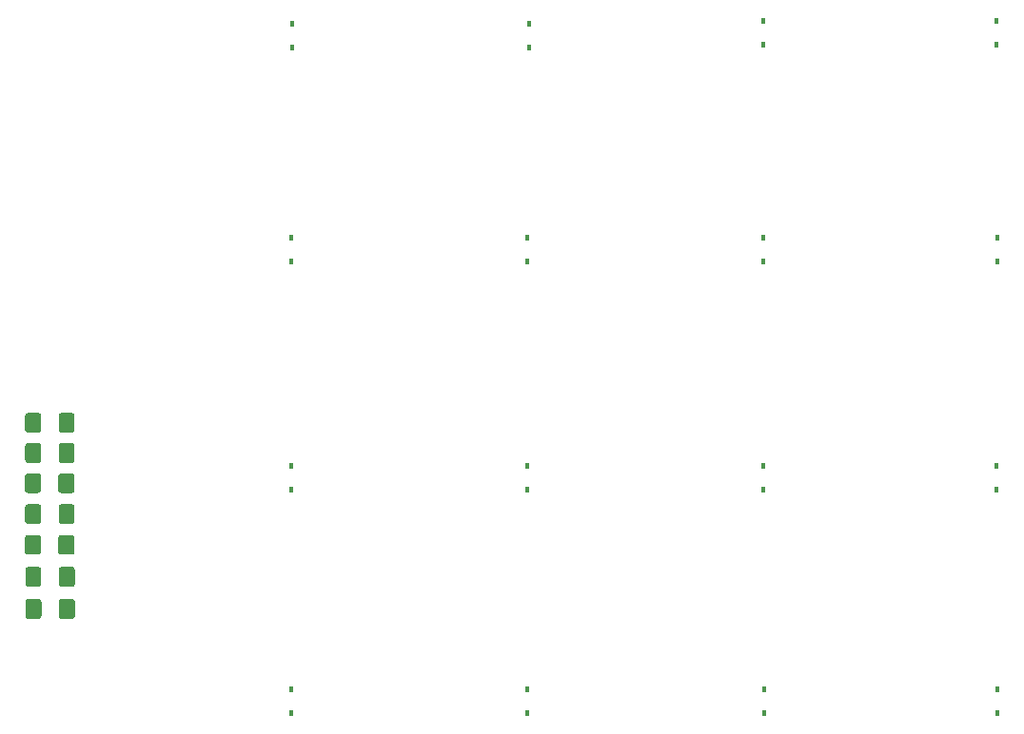
<source format=gtp>
G04 #@! TF.GenerationSoftware,KiCad,Pcbnew,(5.1.0)-1*
G04 #@! TF.CreationDate,2019-03-23T01:01:18+01:00*
G04 #@! TF.ProjectId,Schematic2,53636865-6d61-4746-9963-322e6b696361,rev?*
G04 #@! TF.SameCoordinates,Original*
G04 #@! TF.FileFunction,Paste,Top*
G04 #@! TF.FilePolarity,Positive*
%FSLAX46Y46*%
G04 Gerber Fmt 4.6, Leading zero omitted, Abs format (unit mm)*
G04 Created by KiCad (PCBNEW (5.1.0)-1) date 2019-03-23 01:01:18*
%MOMM*%
%LPD*%
G04 APERTURE LIST*
%ADD10C,0.100000*%
%ADD11C,1.425000*%
%ADD12R,0.450000X0.600000*%
G04 APERTURE END LIST*
D10*
G36*
X43482004Y-99616204D02*
G01*
X43506273Y-99619804D01*
X43530071Y-99625765D01*
X43553171Y-99634030D01*
X43575349Y-99644520D01*
X43596393Y-99657133D01*
X43616098Y-99671747D01*
X43634277Y-99688223D01*
X43650753Y-99706402D01*
X43665367Y-99726107D01*
X43677980Y-99747151D01*
X43688470Y-99769329D01*
X43696735Y-99792429D01*
X43702696Y-99816227D01*
X43706296Y-99840496D01*
X43707500Y-99865000D01*
X43707500Y-101115000D01*
X43706296Y-101139504D01*
X43702696Y-101163773D01*
X43696735Y-101187571D01*
X43688470Y-101210671D01*
X43677980Y-101232849D01*
X43665367Y-101253893D01*
X43650753Y-101273598D01*
X43634277Y-101291777D01*
X43616098Y-101308253D01*
X43596393Y-101322867D01*
X43575349Y-101335480D01*
X43553171Y-101345970D01*
X43530071Y-101354235D01*
X43506273Y-101360196D01*
X43482004Y-101363796D01*
X43457500Y-101365000D01*
X42532500Y-101365000D01*
X42507996Y-101363796D01*
X42483727Y-101360196D01*
X42459929Y-101354235D01*
X42436829Y-101345970D01*
X42414651Y-101335480D01*
X42393607Y-101322867D01*
X42373902Y-101308253D01*
X42355723Y-101291777D01*
X42339247Y-101273598D01*
X42324633Y-101253893D01*
X42312020Y-101232849D01*
X42301530Y-101210671D01*
X42293265Y-101187571D01*
X42287304Y-101163773D01*
X42283704Y-101139504D01*
X42282500Y-101115000D01*
X42282500Y-99865000D01*
X42283704Y-99840496D01*
X42287304Y-99816227D01*
X42293265Y-99792429D01*
X42301530Y-99769329D01*
X42312020Y-99747151D01*
X42324633Y-99726107D01*
X42339247Y-99706402D01*
X42355723Y-99688223D01*
X42373902Y-99671747D01*
X42393607Y-99657133D01*
X42414651Y-99644520D01*
X42436829Y-99634030D01*
X42459929Y-99625765D01*
X42483727Y-99619804D01*
X42507996Y-99616204D01*
X42532500Y-99615000D01*
X43457500Y-99615000D01*
X43482004Y-99616204D01*
X43482004Y-99616204D01*
G37*
D11*
X42995000Y-100490000D03*
D10*
G36*
X46457004Y-99616204D02*
G01*
X46481273Y-99619804D01*
X46505071Y-99625765D01*
X46528171Y-99634030D01*
X46550349Y-99644520D01*
X46571393Y-99657133D01*
X46591098Y-99671747D01*
X46609277Y-99688223D01*
X46625753Y-99706402D01*
X46640367Y-99726107D01*
X46652980Y-99747151D01*
X46663470Y-99769329D01*
X46671735Y-99792429D01*
X46677696Y-99816227D01*
X46681296Y-99840496D01*
X46682500Y-99865000D01*
X46682500Y-101115000D01*
X46681296Y-101139504D01*
X46677696Y-101163773D01*
X46671735Y-101187571D01*
X46663470Y-101210671D01*
X46652980Y-101232849D01*
X46640367Y-101253893D01*
X46625753Y-101273598D01*
X46609277Y-101291777D01*
X46591098Y-101308253D01*
X46571393Y-101322867D01*
X46550349Y-101335480D01*
X46528171Y-101345970D01*
X46505071Y-101354235D01*
X46481273Y-101360196D01*
X46457004Y-101363796D01*
X46432500Y-101365000D01*
X45507500Y-101365000D01*
X45482996Y-101363796D01*
X45458727Y-101360196D01*
X45434929Y-101354235D01*
X45411829Y-101345970D01*
X45389651Y-101335480D01*
X45368607Y-101322867D01*
X45348902Y-101308253D01*
X45330723Y-101291777D01*
X45314247Y-101273598D01*
X45299633Y-101253893D01*
X45287020Y-101232849D01*
X45276530Y-101210671D01*
X45268265Y-101187571D01*
X45262304Y-101163773D01*
X45258704Y-101139504D01*
X45257500Y-101115000D01*
X45257500Y-99865000D01*
X45258704Y-99840496D01*
X45262304Y-99816227D01*
X45268265Y-99792429D01*
X45276530Y-99769329D01*
X45287020Y-99747151D01*
X45299633Y-99726107D01*
X45314247Y-99706402D01*
X45330723Y-99688223D01*
X45348902Y-99671747D01*
X45368607Y-99657133D01*
X45389651Y-99644520D01*
X45411829Y-99634030D01*
X45434929Y-99625765D01*
X45458727Y-99619804D01*
X45482996Y-99616204D01*
X45507500Y-99615000D01*
X46432500Y-99615000D01*
X46457004Y-99616204D01*
X46457004Y-99616204D01*
G37*
D11*
X45970000Y-100490000D03*
D10*
G36*
X43502004Y-108066204D02*
G01*
X43526273Y-108069804D01*
X43550071Y-108075765D01*
X43573171Y-108084030D01*
X43595349Y-108094520D01*
X43616393Y-108107133D01*
X43636098Y-108121747D01*
X43654277Y-108138223D01*
X43670753Y-108156402D01*
X43685367Y-108176107D01*
X43697980Y-108197151D01*
X43708470Y-108219329D01*
X43716735Y-108242429D01*
X43722696Y-108266227D01*
X43726296Y-108290496D01*
X43727500Y-108315000D01*
X43727500Y-109565000D01*
X43726296Y-109589504D01*
X43722696Y-109613773D01*
X43716735Y-109637571D01*
X43708470Y-109660671D01*
X43697980Y-109682849D01*
X43685367Y-109703893D01*
X43670753Y-109723598D01*
X43654277Y-109741777D01*
X43636098Y-109758253D01*
X43616393Y-109772867D01*
X43595349Y-109785480D01*
X43573171Y-109795970D01*
X43550071Y-109804235D01*
X43526273Y-109810196D01*
X43502004Y-109813796D01*
X43477500Y-109815000D01*
X42552500Y-109815000D01*
X42527996Y-109813796D01*
X42503727Y-109810196D01*
X42479929Y-109804235D01*
X42456829Y-109795970D01*
X42434651Y-109785480D01*
X42413607Y-109772867D01*
X42393902Y-109758253D01*
X42375723Y-109741777D01*
X42359247Y-109723598D01*
X42344633Y-109703893D01*
X42332020Y-109682849D01*
X42321530Y-109660671D01*
X42313265Y-109637571D01*
X42307304Y-109613773D01*
X42303704Y-109589504D01*
X42302500Y-109565000D01*
X42302500Y-108315000D01*
X42303704Y-108290496D01*
X42307304Y-108266227D01*
X42313265Y-108242429D01*
X42321530Y-108219329D01*
X42332020Y-108197151D01*
X42344633Y-108176107D01*
X42359247Y-108156402D01*
X42375723Y-108138223D01*
X42393902Y-108121747D01*
X42413607Y-108107133D01*
X42434651Y-108094520D01*
X42456829Y-108084030D01*
X42479929Y-108075765D01*
X42503727Y-108069804D01*
X42527996Y-108066204D01*
X42552500Y-108065000D01*
X43477500Y-108065000D01*
X43502004Y-108066204D01*
X43502004Y-108066204D01*
G37*
D11*
X43015000Y-108940000D03*
D10*
G36*
X46477004Y-108066204D02*
G01*
X46501273Y-108069804D01*
X46525071Y-108075765D01*
X46548171Y-108084030D01*
X46570349Y-108094520D01*
X46591393Y-108107133D01*
X46611098Y-108121747D01*
X46629277Y-108138223D01*
X46645753Y-108156402D01*
X46660367Y-108176107D01*
X46672980Y-108197151D01*
X46683470Y-108219329D01*
X46691735Y-108242429D01*
X46697696Y-108266227D01*
X46701296Y-108290496D01*
X46702500Y-108315000D01*
X46702500Y-109565000D01*
X46701296Y-109589504D01*
X46697696Y-109613773D01*
X46691735Y-109637571D01*
X46683470Y-109660671D01*
X46672980Y-109682849D01*
X46660367Y-109703893D01*
X46645753Y-109723598D01*
X46629277Y-109741777D01*
X46611098Y-109758253D01*
X46591393Y-109772867D01*
X46570349Y-109785480D01*
X46548171Y-109795970D01*
X46525071Y-109804235D01*
X46501273Y-109810196D01*
X46477004Y-109813796D01*
X46452500Y-109815000D01*
X45527500Y-109815000D01*
X45502996Y-109813796D01*
X45478727Y-109810196D01*
X45454929Y-109804235D01*
X45431829Y-109795970D01*
X45409651Y-109785480D01*
X45388607Y-109772867D01*
X45368902Y-109758253D01*
X45350723Y-109741777D01*
X45334247Y-109723598D01*
X45319633Y-109703893D01*
X45307020Y-109682849D01*
X45296530Y-109660671D01*
X45288265Y-109637571D01*
X45282304Y-109613773D01*
X45278704Y-109589504D01*
X45277500Y-109565000D01*
X45277500Y-108315000D01*
X45278704Y-108290496D01*
X45282304Y-108266227D01*
X45288265Y-108242429D01*
X45296530Y-108219329D01*
X45307020Y-108197151D01*
X45319633Y-108176107D01*
X45334247Y-108156402D01*
X45350723Y-108138223D01*
X45368902Y-108121747D01*
X45388607Y-108107133D01*
X45409651Y-108094520D01*
X45431829Y-108084030D01*
X45454929Y-108075765D01*
X45478727Y-108069804D01*
X45502996Y-108066204D01*
X45527500Y-108065000D01*
X46452500Y-108065000D01*
X46477004Y-108066204D01*
X46477004Y-108066204D01*
G37*
D11*
X45990000Y-108940000D03*
D10*
G36*
X43462004Y-102366204D02*
G01*
X43486273Y-102369804D01*
X43510071Y-102375765D01*
X43533171Y-102384030D01*
X43555349Y-102394520D01*
X43576393Y-102407133D01*
X43596098Y-102421747D01*
X43614277Y-102438223D01*
X43630753Y-102456402D01*
X43645367Y-102476107D01*
X43657980Y-102497151D01*
X43668470Y-102519329D01*
X43676735Y-102542429D01*
X43682696Y-102566227D01*
X43686296Y-102590496D01*
X43687500Y-102615000D01*
X43687500Y-103865000D01*
X43686296Y-103889504D01*
X43682696Y-103913773D01*
X43676735Y-103937571D01*
X43668470Y-103960671D01*
X43657980Y-103982849D01*
X43645367Y-104003893D01*
X43630753Y-104023598D01*
X43614277Y-104041777D01*
X43596098Y-104058253D01*
X43576393Y-104072867D01*
X43555349Y-104085480D01*
X43533171Y-104095970D01*
X43510071Y-104104235D01*
X43486273Y-104110196D01*
X43462004Y-104113796D01*
X43437500Y-104115000D01*
X42512500Y-104115000D01*
X42487996Y-104113796D01*
X42463727Y-104110196D01*
X42439929Y-104104235D01*
X42416829Y-104095970D01*
X42394651Y-104085480D01*
X42373607Y-104072867D01*
X42353902Y-104058253D01*
X42335723Y-104041777D01*
X42319247Y-104023598D01*
X42304633Y-104003893D01*
X42292020Y-103982849D01*
X42281530Y-103960671D01*
X42273265Y-103937571D01*
X42267304Y-103913773D01*
X42263704Y-103889504D01*
X42262500Y-103865000D01*
X42262500Y-102615000D01*
X42263704Y-102590496D01*
X42267304Y-102566227D01*
X42273265Y-102542429D01*
X42281530Y-102519329D01*
X42292020Y-102497151D01*
X42304633Y-102476107D01*
X42319247Y-102456402D01*
X42335723Y-102438223D01*
X42353902Y-102421747D01*
X42373607Y-102407133D01*
X42394651Y-102394520D01*
X42416829Y-102384030D01*
X42439929Y-102375765D01*
X42463727Y-102369804D01*
X42487996Y-102366204D01*
X42512500Y-102365000D01*
X43437500Y-102365000D01*
X43462004Y-102366204D01*
X43462004Y-102366204D01*
G37*
D11*
X42975000Y-103240000D03*
D10*
G36*
X46437004Y-102366204D02*
G01*
X46461273Y-102369804D01*
X46485071Y-102375765D01*
X46508171Y-102384030D01*
X46530349Y-102394520D01*
X46551393Y-102407133D01*
X46571098Y-102421747D01*
X46589277Y-102438223D01*
X46605753Y-102456402D01*
X46620367Y-102476107D01*
X46632980Y-102497151D01*
X46643470Y-102519329D01*
X46651735Y-102542429D01*
X46657696Y-102566227D01*
X46661296Y-102590496D01*
X46662500Y-102615000D01*
X46662500Y-103865000D01*
X46661296Y-103889504D01*
X46657696Y-103913773D01*
X46651735Y-103937571D01*
X46643470Y-103960671D01*
X46632980Y-103982849D01*
X46620367Y-104003893D01*
X46605753Y-104023598D01*
X46589277Y-104041777D01*
X46571098Y-104058253D01*
X46551393Y-104072867D01*
X46530349Y-104085480D01*
X46508171Y-104095970D01*
X46485071Y-104104235D01*
X46461273Y-104110196D01*
X46437004Y-104113796D01*
X46412500Y-104115000D01*
X45487500Y-104115000D01*
X45462996Y-104113796D01*
X45438727Y-104110196D01*
X45414929Y-104104235D01*
X45391829Y-104095970D01*
X45369651Y-104085480D01*
X45348607Y-104072867D01*
X45328902Y-104058253D01*
X45310723Y-104041777D01*
X45294247Y-104023598D01*
X45279633Y-104003893D01*
X45267020Y-103982849D01*
X45256530Y-103960671D01*
X45248265Y-103937571D01*
X45242304Y-103913773D01*
X45238704Y-103889504D01*
X45237500Y-103865000D01*
X45237500Y-102615000D01*
X45238704Y-102590496D01*
X45242304Y-102566227D01*
X45248265Y-102542429D01*
X45256530Y-102519329D01*
X45267020Y-102497151D01*
X45279633Y-102476107D01*
X45294247Y-102456402D01*
X45310723Y-102438223D01*
X45328902Y-102421747D01*
X45348607Y-102407133D01*
X45369651Y-102394520D01*
X45391829Y-102384030D01*
X45414929Y-102375765D01*
X45438727Y-102369804D01*
X45462996Y-102366204D01*
X45487500Y-102365000D01*
X46412500Y-102365000D01*
X46437004Y-102366204D01*
X46437004Y-102366204D01*
G37*
D11*
X45950000Y-103240000D03*
D10*
G36*
X43497004Y-105206204D02*
G01*
X43521273Y-105209804D01*
X43545071Y-105215765D01*
X43568171Y-105224030D01*
X43590349Y-105234520D01*
X43611393Y-105247133D01*
X43631098Y-105261747D01*
X43649277Y-105278223D01*
X43665753Y-105296402D01*
X43680367Y-105316107D01*
X43692980Y-105337151D01*
X43703470Y-105359329D01*
X43711735Y-105382429D01*
X43717696Y-105406227D01*
X43721296Y-105430496D01*
X43722500Y-105455000D01*
X43722500Y-106705000D01*
X43721296Y-106729504D01*
X43717696Y-106753773D01*
X43711735Y-106777571D01*
X43703470Y-106800671D01*
X43692980Y-106822849D01*
X43680367Y-106843893D01*
X43665753Y-106863598D01*
X43649277Y-106881777D01*
X43631098Y-106898253D01*
X43611393Y-106912867D01*
X43590349Y-106925480D01*
X43568171Y-106935970D01*
X43545071Y-106944235D01*
X43521273Y-106950196D01*
X43497004Y-106953796D01*
X43472500Y-106955000D01*
X42547500Y-106955000D01*
X42522996Y-106953796D01*
X42498727Y-106950196D01*
X42474929Y-106944235D01*
X42451829Y-106935970D01*
X42429651Y-106925480D01*
X42408607Y-106912867D01*
X42388902Y-106898253D01*
X42370723Y-106881777D01*
X42354247Y-106863598D01*
X42339633Y-106843893D01*
X42327020Y-106822849D01*
X42316530Y-106800671D01*
X42308265Y-106777571D01*
X42302304Y-106753773D01*
X42298704Y-106729504D01*
X42297500Y-106705000D01*
X42297500Y-105455000D01*
X42298704Y-105430496D01*
X42302304Y-105406227D01*
X42308265Y-105382429D01*
X42316530Y-105359329D01*
X42327020Y-105337151D01*
X42339633Y-105316107D01*
X42354247Y-105296402D01*
X42370723Y-105278223D01*
X42388902Y-105261747D01*
X42408607Y-105247133D01*
X42429651Y-105234520D01*
X42451829Y-105224030D01*
X42474929Y-105215765D01*
X42498727Y-105209804D01*
X42522996Y-105206204D01*
X42547500Y-105205000D01*
X43472500Y-105205000D01*
X43497004Y-105206204D01*
X43497004Y-105206204D01*
G37*
D11*
X43010000Y-106080000D03*
D10*
G36*
X46472004Y-105206204D02*
G01*
X46496273Y-105209804D01*
X46520071Y-105215765D01*
X46543171Y-105224030D01*
X46565349Y-105234520D01*
X46586393Y-105247133D01*
X46606098Y-105261747D01*
X46624277Y-105278223D01*
X46640753Y-105296402D01*
X46655367Y-105316107D01*
X46667980Y-105337151D01*
X46678470Y-105359329D01*
X46686735Y-105382429D01*
X46692696Y-105406227D01*
X46696296Y-105430496D01*
X46697500Y-105455000D01*
X46697500Y-106705000D01*
X46696296Y-106729504D01*
X46692696Y-106753773D01*
X46686735Y-106777571D01*
X46678470Y-106800671D01*
X46667980Y-106822849D01*
X46655367Y-106843893D01*
X46640753Y-106863598D01*
X46624277Y-106881777D01*
X46606098Y-106898253D01*
X46586393Y-106912867D01*
X46565349Y-106925480D01*
X46543171Y-106935970D01*
X46520071Y-106944235D01*
X46496273Y-106950196D01*
X46472004Y-106953796D01*
X46447500Y-106955000D01*
X45522500Y-106955000D01*
X45497996Y-106953796D01*
X45473727Y-106950196D01*
X45449929Y-106944235D01*
X45426829Y-106935970D01*
X45404651Y-106925480D01*
X45383607Y-106912867D01*
X45363902Y-106898253D01*
X45345723Y-106881777D01*
X45329247Y-106863598D01*
X45314633Y-106843893D01*
X45302020Y-106822849D01*
X45291530Y-106800671D01*
X45283265Y-106777571D01*
X45277304Y-106753773D01*
X45273704Y-106729504D01*
X45272500Y-106705000D01*
X45272500Y-105455000D01*
X45273704Y-105430496D01*
X45277304Y-105406227D01*
X45283265Y-105382429D01*
X45291530Y-105359329D01*
X45302020Y-105337151D01*
X45314633Y-105316107D01*
X45329247Y-105296402D01*
X45345723Y-105278223D01*
X45363902Y-105261747D01*
X45383607Y-105247133D01*
X45404651Y-105234520D01*
X45426829Y-105224030D01*
X45449929Y-105215765D01*
X45473727Y-105209804D01*
X45497996Y-105206204D01*
X45522500Y-105205000D01*
X46447500Y-105205000D01*
X46472004Y-105206204D01*
X46472004Y-105206204D01*
G37*
D11*
X45985000Y-106080000D03*
D12*
X66038000Y-56860000D03*
X66038000Y-58960000D03*
X128720000Y-56570000D03*
X128720000Y-58670000D03*
X87120000Y-56860000D03*
X87120000Y-58960000D03*
X107948000Y-56606000D03*
X107948000Y-58706000D03*
X65970000Y-75920000D03*
X65970000Y-78020000D03*
D10*
G36*
X43462004Y-96866204D02*
G01*
X43486273Y-96869804D01*
X43510071Y-96875765D01*
X43533171Y-96884030D01*
X43555349Y-96894520D01*
X43576393Y-96907133D01*
X43596098Y-96921747D01*
X43614277Y-96938223D01*
X43630753Y-96956402D01*
X43645367Y-96976107D01*
X43657980Y-96997151D01*
X43668470Y-97019329D01*
X43676735Y-97042429D01*
X43682696Y-97066227D01*
X43686296Y-97090496D01*
X43687500Y-97115000D01*
X43687500Y-98365000D01*
X43686296Y-98389504D01*
X43682696Y-98413773D01*
X43676735Y-98437571D01*
X43668470Y-98460671D01*
X43657980Y-98482849D01*
X43645367Y-98503893D01*
X43630753Y-98523598D01*
X43614277Y-98541777D01*
X43596098Y-98558253D01*
X43576393Y-98572867D01*
X43555349Y-98585480D01*
X43533171Y-98595970D01*
X43510071Y-98604235D01*
X43486273Y-98610196D01*
X43462004Y-98613796D01*
X43437500Y-98615000D01*
X42512500Y-98615000D01*
X42487996Y-98613796D01*
X42463727Y-98610196D01*
X42439929Y-98604235D01*
X42416829Y-98595970D01*
X42394651Y-98585480D01*
X42373607Y-98572867D01*
X42353902Y-98558253D01*
X42335723Y-98541777D01*
X42319247Y-98523598D01*
X42304633Y-98503893D01*
X42292020Y-98482849D01*
X42281530Y-98460671D01*
X42273265Y-98437571D01*
X42267304Y-98413773D01*
X42263704Y-98389504D01*
X42262500Y-98365000D01*
X42262500Y-97115000D01*
X42263704Y-97090496D01*
X42267304Y-97066227D01*
X42273265Y-97042429D01*
X42281530Y-97019329D01*
X42292020Y-96997151D01*
X42304633Y-96976107D01*
X42319247Y-96956402D01*
X42335723Y-96938223D01*
X42353902Y-96921747D01*
X42373607Y-96907133D01*
X42394651Y-96894520D01*
X42416829Y-96884030D01*
X42439929Y-96875765D01*
X42463727Y-96869804D01*
X42487996Y-96866204D01*
X42512500Y-96865000D01*
X43437500Y-96865000D01*
X43462004Y-96866204D01*
X43462004Y-96866204D01*
G37*
D11*
X42975000Y-97740000D03*
D10*
G36*
X46437004Y-96866204D02*
G01*
X46461273Y-96869804D01*
X46485071Y-96875765D01*
X46508171Y-96884030D01*
X46530349Y-96894520D01*
X46551393Y-96907133D01*
X46571098Y-96921747D01*
X46589277Y-96938223D01*
X46605753Y-96956402D01*
X46620367Y-96976107D01*
X46632980Y-96997151D01*
X46643470Y-97019329D01*
X46651735Y-97042429D01*
X46657696Y-97066227D01*
X46661296Y-97090496D01*
X46662500Y-97115000D01*
X46662500Y-98365000D01*
X46661296Y-98389504D01*
X46657696Y-98413773D01*
X46651735Y-98437571D01*
X46643470Y-98460671D01*
X46632980Y-98482849D01*
X46620367Y-98503893D01*
X46605753Y-98523598D01*
X46589277Y-98541777D01*
X46571098Y-98558253D01*
X46551393Y-98572867D01*
X46530349Y-98585480D01*
X46508171Y-98595970D01*
X46485071Y-98604235D01*
X46461273Y-98610196D01*
X46437004Y-98613796D01*
X46412500Y-98615000D01*
X45487500Y-98615000D01*
X45462996Y-98613796D01*
X45438727Y-98610196D01*
X45414929Y-98604235D01*
X45391829Y-98595970D01*
X45369651Y-98585480D01*
X45348607Y-98572867D01*
X45328902Y-98558253D01*
X45310723Y-98541777D01*
X45294247Y-98523598D01*
X45279633Y-98503893D01*
X45267020Y-98482849D01*
X45256530Y-98460671D01*
X45248265Y-98437571D01*
X45242304Y-98413773D01*
X45238704Y-98389504D01*
X45237500Y-98365000D01*
X45237500Y-97115000D01*
X45238704Y-97090496D01*
X45242304Y-97066227D01*
X45248265Y-97042429D01*
X45256530Y-97019329D01*
X45267020Y-96997151D01*
X45279633Y-96976107D01*
X45294247Y-96956402D01*
X45310723Y-96938223D01*
X45328902Y-96921747D01*
X45348607Y-96907133D01*
X45369651Y-96894520D01*
X45391829Y-96884030D01*
X45414929Y-96875765D01*
X45438727Y-96869804D01*
X45462996Y-96866204D01*
X45487500Y-96865000D01*
X46412500Y-96865000D01*
X46437004Y-96866204D01*
X46437004Y-96866204D01*
G37*
D11*
X45950000Y-97740000D03*
D12*
X107970000Y-96220000D03*
X107970000Y-98320000D03*
X128770000Y-116120000D03*
X128770000Y-118220000D03*
X65970000Y-116120000D03*
X65970000Y-118220000D03*
X107970000Y-75920000D03*
X107970000Y-78020000D03*
X65970000Y-96220000D03*
X65970000Y-98320000D03*
X86970000Y-116120000D03*
X86970000Y-118220000D03*
X86970000Y-75920000D03*
X86970000Y-78020000D03*
X108070000Y-116120000D03*
X108070000Y-118220000D03*
X128770000Y-75920000D03*
X128770000Y-78020000D03*
X128670000Y-96220000D03*
X128670000Y-98320000D03*
X86970000Y-96220000D03*
X86970000Y-98320000D03*
D10*
G36*
X43482004Y-94176204D02*
G01*
X43506273Y-94179804D01*
X43530071Y-94185765D01*
X43553171Y-94194030D01*
X43575349Y-94204520D01*
X43596393Y-94217133D01*
X43616098Y-94231747D01*
X43634277Y-94248223D01*
X43650753Y-94266402D01*
X43665367Y-94286107D01*
X43677980Y-94307151D01*
X43688470Y-94329329D01*
X43696735Y-94352429D01*
X43702696Y-94376227D01*
X43706296Y-94400496D01*
X43707500Y-94425000D01*
X43707500Y-95675000D01*
X43706296Y-95699504D01*
X43702696Y-95723773D01*
X43696735Y-95747571D01*
X43688470Y-95770671D01*
X43677980Y-95792849D01*
X43665367Y-95813893D01*
X43650753Y-95833598D01*
X43634277Y-95851777D01*
X43616098Y-95868253D01*
X43596393Y-95882867D01*
X43575349Y-95895480D01*
X43553171Y-95905970D01*
X43530071Y-95914235D01*
X43506273Y-95920196D01*
X43482004Y-95923796D01*
X43457500Y-95925000D01*
X42532500Y-95925000D01*
X42507996Y-95923796D01*
X42483727Y-95920196D01*
X42459929Y-95914235D01*
X42436829Y-95905970D01*
X42414651Y-95895480D01*
X42393607Y-95882867D01*
X42373902Y-95868253D01*
X42355723Y-95851777D01*
X42339247Y-95833598D01*
X42324633Y-95813893D01*
X42312020Y-95792849D01*
X42301530Y-95770671D01*
X42293265Y-95747571D01*
X42287304Y-95723773D01*
X42283704Y-95699504D01*
X42282500Y-95675000D01*
X42282500Y-94425000D01*
X42283704Y-94400496D01*
X42287304Y-94376227D01*
X42293265Y-94352429D01*
X42301530Y-94329329D01*
X42312020Y-94307151D01*
X42324633Y-94286107D01*
X42339247Y-94266402D01*
X42355723Y-94248223D01*
X42373902Y-94231747D01*
X42393607Y-94217133D01*
X42414651Y-94204520D01*
X42436829Y-94194030D01*
X42459929Y-94185765D01*
X42483727Y-94179804D01*
X42507996Y-94176204D01*
X42532500Y-94175000D01*
X43457500Y-94175000D01*
X43482004Y-94176204D01*
X43482004Y-94176204D01*
G37*
D11*
X42995000Y-95050000D03*
D10*
G36*
X46457004Y-94176204D02*
G01*
X46481273Y-94179804D01*
X46505071Y-94185765D01*
X46528171Y-94194030D01*
X46550349Y-94204520D01*
X46571393Y-94217133D01*
X46591098Y-94231747D01*
X46609277Y-94248223D01*
X46625753Y-94266402D01*
X46640367Y-94286107D01*
X46652980Y-94307151D01*
X46663470Y-94329329D01*
X46671735Y-94352429D01*
X46677696Y-94376227D01*
X46681296Y-94400496D01*
X46682500Y-94425000D01*
X46682500Y-95675000D01*
X46681296Y-95699504D01*
X46677696Y-95723773D01*
X46671735Y-95747571D01*
X46663470Y-95770671D01*
X46652980Y-95792849D01*
X46640367Y-95813893D01*
X46625753Y-95833598D01*
X46609277Y-95851777D01*
X46591098Y-95868253D01*
X46571393Y-95882867D01*
X46550349Y-95895480D01*
X46528171Y-95905970D01*
X46505071Y-95914235D01*
X46481273Y-95920196D01*
X46457004Y-95923796D01*
X46432500Y-95925000D01*
X45507500Y-95925000D01*
X45482996Y-95923796D01*
X45458727Y-95920196D01*
X45434929Y-95914235D01*
X45411829Y-95905970D01*
X45389651Y-95895480D01*
X45368607Y-95882867D01*
X45348902Y-95868253D01*
X45330723Y-95851777D01*
X45314247Y-95833598D01*
X45299633Y-95813893D01*
X45287020Y-95792849D01*
X45276530Y-95770671D01*
X45268265Y-95747571D01*
X45262304Y-95723773D01*
X45258704Y-95699504D01*
X45257500Y-95675000D01*
X45257500Y-94425000D01*
X45258704Y-94400496D01*
X45262304Y-94376227D01*
X45268265Y-94352429D01*
X45276530Y-94329329D01*
X45287020Y-94307151D01*
X45299633Y-94286107D01*
X45314247Y-94266402D01*
X45330723Y-94248223D01*
X45348902Y-94231747D01*
X45368607Y-94217133D01*
X45389651Y-94204520D01*
X45411829Y-94194030D01*
X45434929Y-94185765D01*
X45458727Y-94179804D01*
X45482996Y-94176204D01*
X45507500Y-94175000D01*
X46432500Y-94175000D01*
X46457004Y-94176204D01*
X46457004Y-94176204D01*
G37*
D11*
X45970000Y-95050000D03*
D10*
G36*
X43482004Y-91496204D02*
G01*
X43506273Y-91499804D01*
X43530071Y-91505765D01*
X43553171Y-91514030D01*
X43575349Y-91524520D01*
X43596393Y-91537133D01*
X43616098Y-91551747D01*
X43634277Y-91568223D01*
X43650753Y-91586402D01*
X43665367Y-91606107D01*
X43677980Y-91627151D01*
X43688470Y-91649329D01*
X43696735Y-91672429D01*
X43702696Y-91696227D01*
X43706296Y-91720496D01*
X43707500Y-91745000D01*
X43707500Y-92995000D01*
X43706296Y-93019504D01*
X43702696Y-93043773D01*
X43696735Y-93067571D01*
X43688470Y-93090671D01*
X43677980Y-93112849D01*
X43665367Y-93133893D01*
X43650753Y-93153598D01*
X43634277Y-93171777D01*
X43616098Y-93188253D01*
X43596393Y-93202867D01*
X43575349Y-93215480D01*
X43553171Y-93225970D01*
X43530071Y-93234235D01*
X43506273Y-93240196D01*
X43482004Y-93243796D01*
X43457500Y-93245000D01*
X42532500Y-93245000D01*
X42507996Y-93243796D01*
X42483727Y-93240196D01*
X42459929Y-93234235D01*
X42436829Y-93225970D01*
X42414651Y-93215480D01*
X42393607Y-93202867D01*
X42373902Y-93188253D01*
X42355723Y-93171777D01*
X42339247Y-93153598D01*
X42324633Y-93133893D01*
X42312020Y-93112849D01*
X42301530Y-93090671D01*
X42293265Y-93067571D01*
X42287304Y-93043773D01*
X42283704Y-93019504D01*
X42282500Y-92995000D01*
X42282500Y-91745000D01*
X42283704Y-91720496D01*
X42287304Y-91696227D01*
X42293265Y-91672429D01*
X42301530Y-91649329D01*
X42312020Y-91627151D01*
X42324633Y-91606107D01*
X42339247Y-91586402D01*
X42355723Y-91568223D01*
X42373902Y-91551747D01*
X42393607Y-91537133D01*
X42414651Y-91524520D01*
X42436829Y-91514030D01*
X42459929Y-91505765D01*
X42483727Y-91499804D01*
X42507996Y-91496204D01*
X42532500Y-91495000D01*
X43457500Y-91495000D01*
X43482004Y-91496204D01*
X43482004Y-91496204D01*
G37*
D11*
X42995000Y-92370000D03*
D10*
G36*
X46457004Y-91496204D02*
G01*
X46481273Y-91499804D01*
X46505071Y-91505765D01*
X46528171Y-91514030D01*
X46550349Y-91524520D01*
X46571393Y-91537133D01*
X46591098Y-91551747D01*
X46609277Y-91568223D01*
X46625753Y-91586402D01*
X46640367Y-91606107D01*
X46652980Y-91627151D01*
X46663470Y-91649329D01*
X46671735Y-91672429D01*
X46677696Y-91696227D01*
X46681296Y-91720496D01*
X46682500Y-91745000D01*
X46682500Y-92995000D01*
X46681296Y-93019504D01*
X46677696Y-93043773D01*
X46671735Y-93067571D01*
X46663470Y-93090671D01*
X46652980Y-93112849D01*
X46640367Y-93133893D01*
X46625753Y-93153598D01*
X46609277Y-93171777D01*
X46591098Y-93188253D01*
X46571393Y-93202867D01*
X46550349Y-93215480D01*
X46528171Y-93225970D01*
X46505071Y-93234235D01*
X46481273Y-93240196D01*
X46457004Y-93243796D01*
X46432500Y-93245000D01*
X45507500Y-93245000D01*
X45482996Y-93243796D01*
X45458727Y-93240196D01*
X45434929Y-93234235D01*
X45411829Y-93225970D01*
X45389651Y-93215480D01*
X45368607Y-93202867D01*
X45348902Y-93188253D01*
X45330723Y-93171777D01*
X45314247Y-93153598D01*
X45299633Y-93133893D01*
X45287020Y-93112849D01*
X45276530Y-93090671D01*
X45268265Y-93067571D01*
X45262304Y-93043773D01*
X45258704Y-93019504D01*
X45257500Y-92995000D01*
X45257500Y-91745000D01*
X45258704Y-91720496D01*
X45262304Y-91696227D01*
X45268265Y-91672429D01*
X45276530Y-91649329D01*
X45287020Y-91627151D01*
X45299633Y-91606107D01*
X45314247Y-91586402D01*
X45330723Y-91568223D01*
X45348902Y-91551747D01*
X45368607Y-91537133D01*
X45389651Y-91524520D01*
X45411829Y-91514030D01*
X45434929Y-91505765D01*
X45458727Y-91499804D01*
X45482996Y-91496204D01*
X45507500Y-91495000D01*
X46432500Y-91495000D01*
X46457004Y-91496204D01*
X46457004Y-91496204D01*
G37*
D11*
X45970000Y-92370000D03*
M02*

</source>
